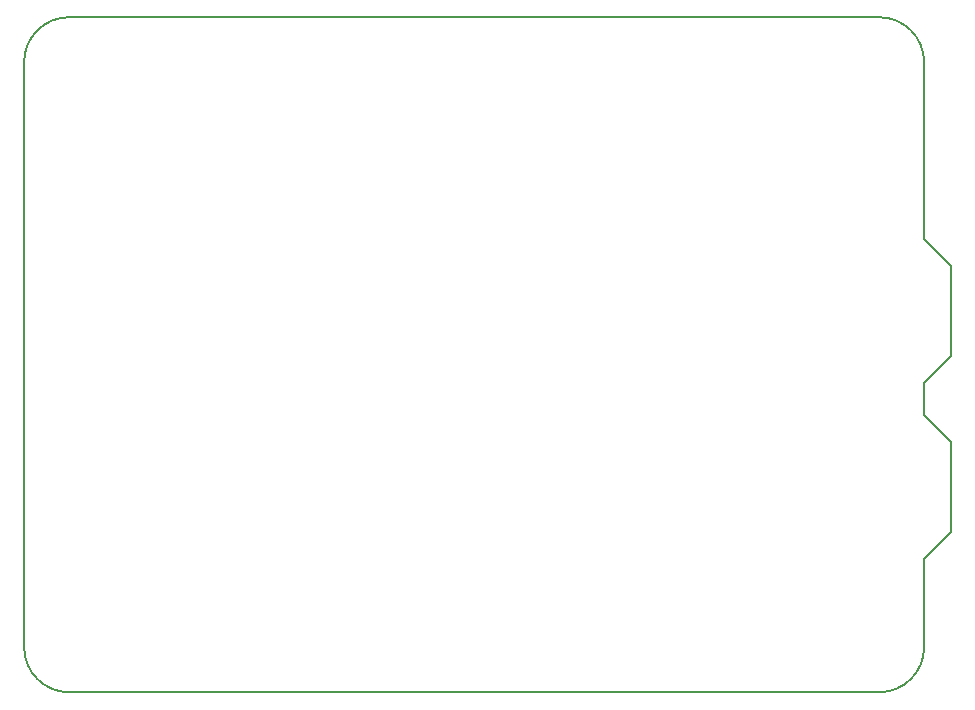
<source format=gbr>
G04 #@! TF.FileFunction,Profile,NP*
%FSLAX46Y46*%
G04 Gerber Fmt 4.6, Leading zero omitted, Abs format (unit mm)*
G04 Created by KiCad (PCBNEW 4.0.7) date 11/30/17 15:22:44*
%MOMM*%
%LPD*%
G01*
G04 APERTURE LIST*
%ADD10C,0.100000*%
%ADD11C,0.150000*%
G04 APERTURE END LIST*
D10*
D11*
X237490000Y-60706000D02*
X237490000Y-45720000D01*
X239776000Y-62992000D02*
X237490000Y-60706000D01*
X239776000Y-70612000D02*
X239776000Y-62992000D01*
X237490000Y-72898000D02*
X239776000Y-70612000D01*
X237490000Y-75565000D02*
X237490000Y-72898000D01*
X239776000Y-77851000D02*
X237490000Y-75565000D01*
X239776000Y-85471000D02*
X239776000Y-77851000D01*
X237490000Y-87757000D02*
X239776000Y-85471000D01*
X237490000Y-95250000D02*
X237490000Y-87757000D01*
X165100000Y-99060000D02*
X233680000Y-99060000D01*
X161290000Y-45720000D02*
X161290000Y-95250000D01*
X233680000Y-41910000D02*
X165100000Y-41910000D01*
X165100000Y-41910000D02*
G75*
G03X161290000Y-45720000I0J-3810000D01*
G01*
X237490000Y-45720000D02*
G75*
G03X233680000Y-41910000I-3810000J0D01*
G01*
X233680000Y-99060000D02*
G75*
G03X237490000Y-95250000I0J3810000D01*
G01*
X161290000Y-95250000D02*
G75*
G03X165100000Y-99060000I3810000J0D01*
G01*
M02*

</source>
